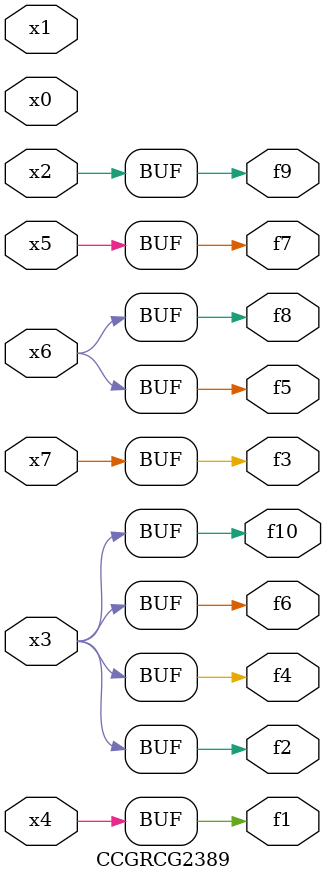
<source format=v>
module CCGRCG2389(
	input x0, x1, x2, x3, x4, x5, x6, x7,
	output f1, f2, f3, f4, f5, f6, f7, f8, f9, f10
);
	assign f1 = x4;
	assign f2 = x3;
	assign f3 = x7;
	assign f4 = x3;
	assign f5 = x6;
	assign f6 = x3;
	assign f7 = x5;
	assign f8 = x6;
	assign f9 = x2;
	assign f10 = x3;
endmodule

</source>
